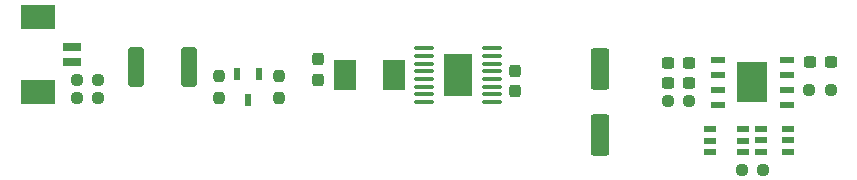
<source format=gbr>
%TF.GenerationSoftware,KiCad,Pcbnew,(6.0.6-0)*%
%TF.CreationDate,2022-09-08T16:09:42-07:00*%
%TF.ProjectId,Battery Extension PCB,42617474-6572-4792-9045-7874656e7369,rev?*%
%TF.SameCoordinates,Original*%
%TF.FileFunction,Paste,Top*%
%TF.FilePolarity,Positive*%
%FSLAX46Y46*%
G04 Gerber Fmt 4.6, Leading zero omitted, Abs format (unit mm)*
G04 Created by KiCad (PCBNEW (6.0.6-0)) date 2022-09-08 16:09:42*
%MOMM*%
%LPD*%
G01*
G04 APERTURE LIST*
G04 Aperture macros list*
%AMRoundRect*
0 Rectangle with rounded corners*
0 $1 Rounding radius*
0 $2 $3 $4 $5 $6 $7 $8 $9 X,Y pos of 4 corners*
0 Add a 4 corners polygon primitive as box body*
4,1,4,$2,$3,$4,$5,$6,$7,$8,$9,$2,$3,0*
0 Add four circle primitives for the rounded corners*
1,1,$1+$1,$2,$3*
1,1,$1+$1,$4,$5*
1,1,$1+$1,$6,$7*
1,1,$1+$1,$8,$9*
0 Add four rect primitives between the rounded corners*
20,1,$1+$1,$2,$3,$4,$5,0*
20,1,$1+$1,$4,$5,$6,$7,0*
20,1,$1+$1,$6,$7,$8,$9,0*
20,1,$1+$1,$8,$9,$2,$3,0*%
G04 Aperture macros list end*
%ADD10RoundRect,0.250000X-0.400000X-1.450000X0.400000X-1.450000X0.400000X1.450000X-0.400000X1.450000X0*%
%ADD11R,1.072009X0.532004*%
%ADD12RoundRect,0.237500X-0.300000X-0.237500X0.300000X-0.237500X0.300000X0.237500X-0.300000X0.237500X0*%
%ADD13R,3.000000X2.100000*%
%ADD14R,1.600000X0.800000*%
%ADD15RoundRect,0.237500X-0.250000X-0.237500X0.250000X-0.237500X0.250000X0.237500X-0.250000X0.237500X0*%
%ADD16R,1.000000X0.550013*%
%ADD17RoundRect,0.237500X0.237500X-0.300000X0.237500X0.300000X-0.237500X0.300000X-0.237500X-0.300000X0*%
%ADD18R,1.900000X2.500000*%
%ADD19RoundRect,0.237500X-0.237500X0.300000X-0.237500X-0.300000X0.237500X-0.300000X0.237500X0.300000X0*%
%ADD20RoundRect,0.237500X0.237500X-0.250000X0.237500X0.250000X-0.237500X0.250000X-0.237500X-0.250000X0*%
%ADD21R,1.200000X0.600000*%
%ADD22R,2.500000X3.499873*%
%ADD23RoundRect,0.237500X0.300000X0.237500X-0.300000X0.237500X-0.300000X-0.237500X0.300000X-0.237500X0*%
%ADD24RoundRect,0.250000X0.550000X-1.500000X0.550000X1.500000X-0.550000X1.500000X-0.550000X-1.500000X0*%
%ADD25O,1.746507X0.343002*%
%ADD26R,2.459995X3.550013*%
%ADD27RoundRect,0.237500X0.250000X0.237500X-0.250000X0.237500X-0.250000X-0.237500X0.250000X-0.237500X0*%
%ADD28RoundRect,0.237500X-0.237500X0.250000X-0.237500X-0.250000X0.237500X-0.250000X0.237500X0.250000X0*%
%ADD29R,0.532004X1.037490*%
G04 APERTURE END LIST*
D10*
%TO.C,F1*%
X80528200Y-70662800D03*
X84978200Y-70662800D03*
%TD*%
D11*
%TO.C,U6*%
X133451600Y-75925676D03*
X133451600Y-76875638D03*
X133451600Y-77825600D03*
X135749796Y-77825600D03*
X135749796Y-76875638D03*
X135749796Y-75925676D03*
%TD*%
D12*
%TO.C,C5*%
X125578700Y-70358000D03*
X127303700Y-70358000D03*
%TD*%
D13*
%TO.C,U1*%
X72229676Y-66420994D03*
X72229676Y-72771006D03*
D14*
X75129600Y-68970905D03*
X75129600Y-70221095D03*
%TD*%
D15*
%TO.C,R7*%
X137532442Y-72623807D03*
X139357442Y-72623807D03*
%TD*%
%TO.C,R2*%
X75492600Y-71729600D03*
X77317600Y-71729600D03*
%TD*%
D16*
%TO.C,U3*%
X129085847Y-75938123D03*
X129085847Y-76888085D03*
X129085847Y-77838047D03*
X131885949Y-77838047D03*
X131885949Y-76888085D03*
X131885949Y-75938123D03*
%TD*%
D17*
%TO.C,C3*%
X112623600Y-72693700D03*
X112623600Y-70968700D03*
%TD*%
D15*
%TO.C,R5*%
X131812706Y-79391539D03*
X133637706Y-79391539D03*
%TD*%
D18*
%TO.C,U7*%
X98229162Y-71374000D03*
X102329238Y-71374000D03*
%TD*%
D19*
%TO.C,C2*%
X95910400Y-70003500D03*
X95910400Y-71728500D03*
%TD*%
D20*
%TO.C,R3*%
X92608400Y-73251700D03*
X92608400Y-71426700D03*
%TD*%
D21*
%TO.C,U5*%
X135612848Y-73868411D03*
X135612848Y-72598408D03*
X135612848Y-71328406D03*
X135612848Y-70058403D03*
X129796236Y-70058403D03*
X129796236Y-71328406D03*
X129796236Y-72598408D03*
X129796236Y-73868411D03*
D22*
X132704542Y-71963407D03*
%TD*%
D23*
%TO.C,C1*%
X139343300Y-70256400D03*
X137618300Y-70256400D03*
%TD*%
D24*
%TO.C,C6*%
X119837200Y-76415200D03*
X119837200Y-70815200D03*
%TD*%
D23*
%TO.C,C4*%
X127303700Y-71983600D03*
X125578700Y-71983600D03*
%TD*%
D25*
%TO.C,U4*%
X104899525Y-69067429D03*
X104899525Y-69717417D03*
X104899525Y-70367404D03*
X104899525Y-71017645D03*
X104899525Y-71667633D03*
X104899525Y-72317620D03*
X104899525Y-72967607D03*
X104899525Y-73617595D03*
X110646033Y-73617595D03*
X110646033Y-72967607D03*
X110646033Y-72317620D03*
X110646033Y-71667633D03*
X110646033Y-71017645D03*
X110646033Y-70367404D03*
X110646033Y-69717417D03*
X110646033Y-69067429D03*
D26*
X107772779Y-71342512D03*
%TD*%
D27*
%TO.C,R1*%
X77317600Y-73304400D03*
X75492600Y-73304400D03*
%TD*%
D28*
%TO.C,R4*%
X87528400Y-71426700D03*
X87528400Y-73251700D03*
%TD*%
D15*
%TO.C,R8*%
X125528700Y-73558400D03*
X127353700Y-73558400D03*
%TD*%
D29*
%TO.C,U2*%
X90967562Y-71288654D03*
X89067638Y-71288654D03*
X90017600Y-73491346D03*
%TD*%
M02*

</source>
